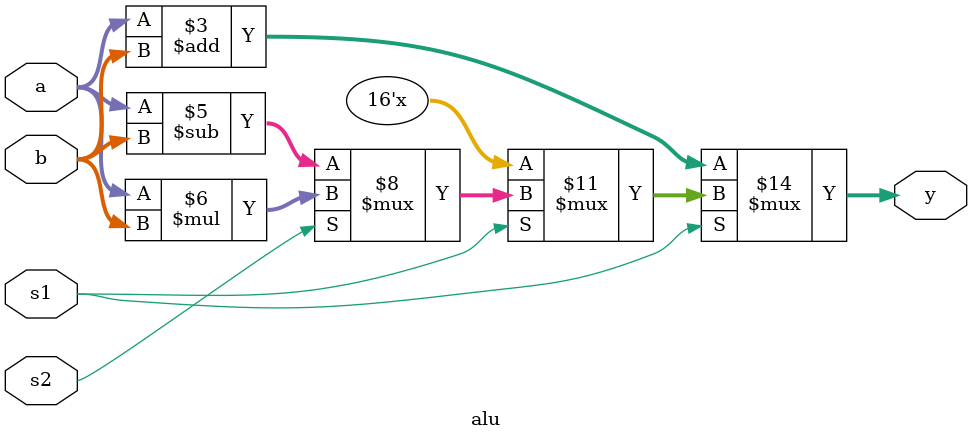
<source format=v>
module alu (
    input [7:0] a,
    input [7:0] b,
    input s1,
    input s2,
    output reg [15:0] y
);
    always @(a or b or s1 or s2) begin
        if (s1 == 0) y = a + b; 
        else if (s2 == 0) y = a - b;
        else y = a * b;
    end

endmodule
</source>
